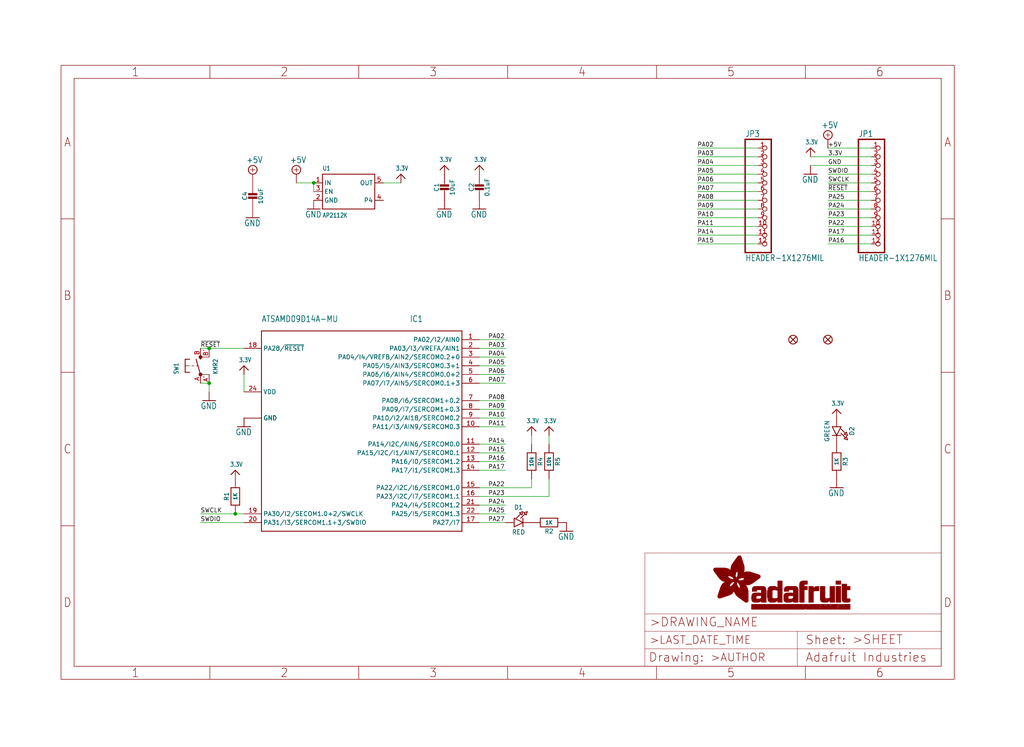
<source format=kicad_sch>
(kicad_sch (version 20211123) (generator eeschema)
  (paper "User" 298.45 217.881)
  (lib_symbols
    (symbol "eagleSchem-eagle-import:+5V" (power)
      (property "Value" "+5V" (at -1.905 3.175 0))
      (symbol "+5V_1_0"
        (pin power_in line (at 0 -2.54 90) (length 2.54) (name "+5V") (number "1"))
      )
    )
    (symbol "eagleSchem-eagle-import:3.3V" (power)
      (property "Value" "3.3V" (at -1.524 1.016 0))
      (symbol "3.3V_1_0"
        (pin power_in line (at 0 -2.54 90) (length 2.54) (name "3.3V") (number "1"))
      )
    )
    (symbol "eagleSchem-eagle-import:ATSAMD09D14A-MU"
      (property "Reference" "IC" (at 12.7 33.02 0))
      (property "Value" "ATSAMD09D14A-MU" (at -30.48 33.02 0))
      (symbol "ATSAMD09D14A-MU_1_0"
        (pin bidirectional line (at 33.02 27.94 180) (length 5.08) (name "PA02/I2/AIN0") (number "1"))
        (pin bidirectional line (at 33.02 2.54 180) (length 5.08) (name "PA11/I3/AIN9/SERCOM0.3") (number "10"))
        (pin bidirectional line (at 33.02 -2.54 180) (length 5.08) (name "PA14/I2C/AIN6/SERCOM0.0") (number "11"))
        (pin bidirectional line (at 33.02 -5.08 180) (length 5.08) (name "PA15/I2C/I1/AIN7/SERCOM0.1") (number "12"))
        (pin bidirectional line (at 33.02 -7.62 180) (length 5.08) (name "PA16/I0/SERCOM1.2") (number "13"))
        (pin bidirectional line (at 33.02 -10.16 180) (length 5.08) (name "PA17/I1/SERCOM1.3") (number "14"))
        (pin bidirectional line (at 33.02 -15.24 180) (length 5.08) (name "PA22/I2C/I6/SERCOM1.0") (number "15"))
        (pin bidirectional line (at 33.02 -17.78 180) (length 5.08) (name "PA23/I2C/I7/SERCOM1.1") (number "16"))
        (pin bidirectional line (at 33.02 -25.4 180) (length 5.08) (name "PA27/I7") (number "17"))
        (pin bidirectional line (at -35.56 25.4 0) (length 5.08) (name "PA28/~{RESET}") (number "18"))
        (pin bidirectional line (at -35.56 -22.86 0) (length 5.08) (name "PA30/I2/SECOM1.0+2/SWCLK") (number "19"))
        (pin bidirectional line (at 33.02 25.4 180) (length 5.08) (name "PA03/I3/VREFA/AIN1") (number "2"))
        (pin bidirectional line (at -35.56 -25.4 0) (length 5.08) (name "PA31/I3/SERCOM1.1+3/SWDIO") (number "20"))
        (pin bidirectional line (at 33.02 -20.32 180) (length 5.08) (name "PA24/I4/SERCOM1.2") (number "21"))
        (pin bidirectional line (at 33.02 -22.86 180) (length 5.08) (name "PA25/I5/SERCOM1.3") (number "22"))
        (pin power_in line (at -35.56 5.08 0) (length 5.08) (name "GND") (number "23"))
        (pin power_in line (at -35.56 12.7 0) (length 5.08) (name "VDD") (number "24"))
        (pin bidirectional line (at 33.02 22.86 180) (length 5.08) (name "PA04/I4/VREFB/AIN2/SERCOM0.2+0") (number "3"))
        (pin bidirectional line (at 33.02 20.32 180) (length 5.08) (name "PA05/I5/AIN3/SERCOM0.3+1") (number "4"))
        (pin bidirectional line (at 33.02 17.78 180) (length 5.08) (name "PA06/I6/AIN4/SERCOM0.0+2") (number "5"))
        (pin bidirectional line (at 33.02 15.24 180) (length 5.08) (name "PA07/I7/AIN5/SERCOM0.1+3") (number "6"))
        (pin bidirectional line (at 33.02 10.16 180) (length 5.08) (name "PA08/I6/SERCOM1+0.2") (number "7"))
        (pin bidirectional line (at 33.02 7.62 180) (length 5.08) (name "PA09/I7/SERCOM1+0.3") (number "8"))
        (pin bidirectional line (at 33.02 5.08 180) (length 5.08) (name "PA10/I2/AI18/SERCOM0.2") (number "9"))
        (pin power_in line (at -35.56 5.08 0) (length 5.08) (name "GND") (number "THERM"))
      )
    )
    (symbol "eagleSchem-eagle-import:CAP_CERAMIC0603_NO"
      (property "Reference" "C" (at -2.29 1.25 90))
      (property "Value" "CAP_CERAMIC0603_NO" (at 2.3 1.25 90))
      (symbol "CAP_CERAMIC0603_NO_1_0"
        (pin passive line (at 0 5.08 270) (length 2.54) (name "1") (number "1"))
        (pin passive line (at 0 -2.54 90) (length 2.54) (name "2") (number "2"))
      )
    )
    (symbol "eagleSchem-eagle-import:CAP_CERAMIC0805-NOOUTLINE"
      (property "Reference" "C" (at -2.29 1.25 90))
      (property "Value" "CAP_CERAMIC0805-NOOUTLINE" (at 2.3 1.25 90))
      (symbol "CAP_CERAMIC0805-NOOUTLINE_1_0"
        (pin passive line (at 0 5.08 270) (length 2.54) (name "1") (number "1"))
        (pin passive line (at 0 -2.54 90) (length 2.54) (name "2") (number "2"))
      )
    )
    (symbol "eagleSchem-eagle-import:FIDUCIAL{dblquote}{dblquote}")
    (symbol "eagleSchem-eagle-import:FRAME_A4_ADAFRUIT"
      (symbol "FRAME_A4_ADAFRUIT_0_0"
        (text "1" (at 21.6958 1.905 0) (effects (font (size 2.54 2.286))))
        (text "1" (at 21.6958 177.165 0) (effects (font (size 2.54 2.286))))
        (text "2" (at 65.0875 1.905 0) (effects (font (size 2.54 2.286))))
        (text "2" (at 65.0875 177.165 0) (effects (font (size 2.54 2.286))))
        (text "3" (at 108.4792 1.905 0) (effects (font (size 2.54 2.286))))
        (text "3" (at 108.4792 177.165 0) (effects (font (size 2.54 2.286))))
        (text "4" (at 151.8708 1.905 0) (effects (font (size 2.54 2.286))))
        (text "4" (at 151.8708 177.165 0) (effects (font (size 2.54 2.286))))
        (text "5" (at 195.2625 1.905 0) (effects (font (size 2.54 2.286))))
        (text "5" (at 195.2625 177.165 0) (effects (font (size 2.54 2.286))))
        (text "6" (at 238.6542 1.905 0) (effects (font (size 2.54 2.286))))
        (text "6" (at 238.6542 177.165 0) (effects (font (size 2.54 2.286))))
        (text "A" (at 1.905 156.6863 0) (effects (font (size 2.54 2.286))))
        (text "A" (at 258.445 156.6863 0) (effects (font (size 2.54 2.286))))
        (text "B" (at 1.905 111.9188 0) (effects (font (size 2.54 2.286))))
        (text "B" (at 258.445 111.9188 0) (effects (font (size 2.54 2.286))))
        (text "C" (at 1.905 67.1513 0) (effects (font (size 2.54 2.286))))
        (text "C" (at 258.445 67.1513 0) (effects (font (size 2.54 2.286))))
        (text "D" (at 1.905 22.3838 0) (effects (font (size 2.54 2.286))))
        (text "D" (at 258.445 22.3838 0) (effects (font (size 2.54 2.286))))
      )
      (symbol "FRAME_A4_ADAFRUIT_1_0"
        (text ">AUTHOR" (at 189.23 5.08 0) (effects (font (size 2.286 2.286)) (justify left bottom)))
        (text ">DRAWING_NAME" (at 171.45 15.24 0) (effects (font (size 2.54 2.54)) (justify left bottom)))
        (text ">LAST_DATE_TIME" (at 171.45 10.16 0) (effects (font (size 2.286 2.286)) (justify left bottom)))
        (text ">SHEET" (at 230.505 10.16 0) (effects (font (size 2.54 2.54)) (justify left bottom)))
        (text "Adafruit Industries" (at 216.916 4.953 0) (effects (font (size 2.54 2.54)) (justify left bottom)))
        (text "Drawing:" (at 171.196 4.953 0) (effects (font (size 2.54 2.54)) (justify left bottom)))
        (text "Sheet:" (at 216.916 10.033 0) (effects (font (size 2.54 2.54)) (justify left bottom)))
      )
    )
    (symbol "eagleSchem-eagle-import:GND" (power)
      (property "Value" "GND" (at -2.54 -2.54 0))
      (symbol "GND_1_0"
        (pin power_in line (at 0 2.54 270) (length 2.54) (name "GND") (number "1"))
      )
    )
    (symbol "eagleSchem-eagle-import:HEADER-1X1276MIL"
      (property "Reference" "JP" (at -6.35 18.415 0))
      (property "Value" "HEADER-1X1276MIL" (at -6.35 -17.78 0))
      (symbol "HEADER-1X1276MIL_1_0"
        (pin passive inverted (at -2.54 15.24 0) (length 2.54) (name "1") (number "1"))
        (pin passive inverted (at -2.54 -7.62 0) (length 2.54) (name "10") (number "10"))
        (pin passive inverted (at -2.54 -10.16 0) (length 2.54) (name "11") (number "11"))
        (pin passive inverted (at -2.54 -12.7 0) (length 2.54) (name "12") (number "12"))
        (pin passive inverted (at -2.54 12.7 0) (length 2.54) (name "2") (number "2"))
        (pin passive inverted (at -2.54 10.16 0) (length 2.54) (name "3") (number "3"))
        (pin passive inverted (at -2.54 7.62 0) (length 2.54) (name "4") (number "4"))
        (pin passive inverted (at -2.54 5.08 0) (length 2.54) (name "5") (number "5"))
        (pin passive inverted (at -2.54 2.54 0) (length 2.54) (name "6") (number "6"))
        (pin passive inverted (at -2.54 0 0) (length 2.54) (name "7") (number "7"))
        (pin passive inverted (at -2.54 -2.54 0) (length 2.54) (name "8") (number "8"))
        (pin passive inverted (at -2.54 -5.08 0) (length 2.54) (name "9") (number "9"))
      )
    )
    (symbol "eagleSchem-eagle-import:LED0805_NOOUTLINE"
      (property "Reference" "D" (at -1.27 4.445 0))
      (property "Value" "LED0805_NOOUTLINE" (at -1.27 -2.794 0))
      (symbol "LED0805_NOOUTLINE_1_0"
        (pin passive line (at -5.08 0 0) (length 2.54) (name "A") (number "A"))
        (pin passive line (at 2.54 0 180) (length 2.54) (name "C") (number "C"))
      )
    )
    (symbol "eagleSchem-eagle-import:RESISTOR_0603_NOOUT"
      (property "Reference" "R" (at 0 2.54 0))
      (property "Value" "RESISTOR_0603_NOOUT" (at 0 0 0))
      (symbol "RESISTOR_0603_NOOUT_1_0"
        (pin passive line (at -5.08 0 0) (length 2.54) (name "1") (number "1"))
        (pin passive line (at 5.08 0 180) (length 2.54) (name "2") (number "2"))
      )
    )
    (symbol "eagleSchem-eagle-import:SWITCH_TACT_SMT4.6X2.8"
      (property "Reference" "SW" (at -2.54 6.35 0))
      (property "Value" "SWITCH_TACT_SMT4.6X2.8" (at -2.54 -5.08 0))
      (symbol "SWITCH_TACT_SMT4.6X2.8_1_0"
        (pin passive line (at -5.08 0 0) (length 2.54) (name "P") (number "A"))
        (pin passive line (at -5.08 -2.54 0) (length 2.54) (name "P1") (number "A'"))
        (pin passive line (at 5.08 0 180) (length 2.54) (name "S") (number "B"))
        (pin passive line (at 5.08 -2.54 180) (length 2.54) (name "S1") (number "B'"))
      )
    )
    (symbol "eagleSchem-eagle-import:VREG_SOT23-5"
      (property "Reference" "U" (at -7.62 6.096 0))
      (property "Value" "VREG_SOT23-5" (at -7.62 -7.62 0))
      (symbol "VREG_SOT23-5_1_0"
        (pin power_in line (at -10.16 2.54 0) (length 2.54) (name "IN") (number "1"))
        (pin power_in line (at -10.16 -2.54 0) (length 2.54) (name "GND") (number "2"))
        (pin input line (at -10.16 0 0) (length 2.54) (name "EN") (number "3"))
        (pin bidirectional line (at 10.16 -2.54 180) (length 2.54) (name "P4") (number "4"))
        (pin power_in line (at 10.16 2.54 180) (length 2.54) (name "OUT") (number "5"))
      )
    )
  )
  (junction (at 60.96 111.76))
  (junction (at 91.44 53.34))
  (junction (at 60.96 101.6))
  (junction (at 68.58 149.86))
  (wire (pts (xy 154.94 142.24) (xy 154.94 139.7)))
  (wire (pts (xy 203.2 71.12) (xy 220.98 71.12)))
  (wire (pts (xy 139.7 121.92) (xy 147.32 121.92)))
  (wire (pts (xy 60.96 111.76) (xy 60.96 114.3)))
  (wire (pts (xy 254 53.34) (xy 241.3 53.34)))
  (wire (pts (xy 71.12 101.6) (xy 60.96 101.6)))
  (wire (pts (xy 254 58.42) (xy 241.3 58.42)))
  (wire (pts (xy 147.32 101.6) (xy 139.7 101.6)))
  (wire (pts (xy 160.02 129.54) (xy 160.02 127)))
  (wire (pts (xy 203.2 63.5) (xy 220.98 63.5)))
  (wire (pts (xy 160.02 144.78) (xy 160.02 139.7)))
  (wire (pts (xy 58.42 111.76) (xy 60.96 111.76)))
  (wire (pts (xy 147.32 119.38) (xy 139.7 119.38)))
  (wire (pts (xy 139.7 147.32) (xy 147.32 147.32)))
  (wire (pts (xy 139.7 142.24) (xy 154.94 142.24)))
  (wire (pts (xy 147.32 149.86) (xy 139.7 149.86)))
  (wire (pts (xy 139.7 134.62) (xy 147.32 134.62)))
  (wire (pts (xy 139.7 104.14) (xy 147.32 104.14)))
  (wire (pts (xy 220.98 45.72) (xy 203.2 45.72)))
  (wire (pts (xy 68.58 149.86) (xy 71.12 149.86)))
  (wire (pts (xy 60.96 101.6) (xy 58.42 101.6)))
  (wire (pts (xy 254 45.72) (xy 236.22 45.72)))
  (wire (pts (xy 203.2 58.42) (xy 220.98 58.42)))
  (wire (pts (xy 203.2 48.26) (xy 220.98 48.26)))
  (wire (pts (xy 154.94 129.54) (xy 154.94 127)))
  (wire (pts (xy 220.98 68.58) (xy 203.2 68.58)))
  (wire (pts (xy 139.7 109.22) (xy 147.32 109.22)))
  (wire (pts (xy 71.12 109.22) (xy 71.12 114.3)))
  (wire (pts (xy 220.98 66.04) (xy 203.2 66.04)))
  (wire (pts (xy 91.44 53.34) (xy 86.36 53.34)))
  (wire (pts (xy 241.3 55.88) (xy 254 55.88)))
  (wire (pts (xy 254 63.5) (xy 241.3 63.5)))
  (wire (pts (xy 58.42 149.86) (xy 68.58 149.86)))
  (wire (pts (xy 220.98 55.88) (xy 203.2 55.88)))
  (wire (pts (xy 220.98 60.96) (xy 203.2 60.96)))
  (wire (pts (xy 241.3 66.04) (xy 254 66.04)))
  (wire (pts (xy 241.3 71.12) (xy 254 71.12)))
  (wire (pts (xy 147.32 124.46) (xy 139.7 124.46)))
  (wire (pts (xy 147.32 137.16) (xy 139.7 137.16)))
  (wire (pts (xy 139.7 99.06) (xy 147.32 99.06)))
  (wire (pts (xy 116.84 53.34) (xy 111.76 53.34)))
  (wire (pts (xy 139.7 116.84) (xy 147.32 116.84)))
  (wire (pts (xy 220.98 50.8) (xy 203.2 50.8)))
  (wire (pts (xy 241.3 43.18) (xy 254 43.18)))
  (wire (pts (xy 147.32 132.08) (xy 139.7 132.08)))
  (wire (pts (xy 91.44 55.88) (xy 91.44 53.34)))
  (wire (pts (xy 147.32 106.68) (xy 139.7 106.68)))
  (wire (pts (xy 139.7 152.4) (xy 147.32 152.4)))
  (wire (pts (xy 203.2 53.34) (xy 220.98 53.34)))
  (wire (pts (xy 254 68.58) (xy 241.3 68.58)))
  (wire (pts (xy 139.7 129.54) (xy 147.32 129.54)))
  (wire (pts (xy 147.32 111.76) (xy 139.7 111.76)))
  (wire (pts (xy 71.12 152.4) (xy 58.42 152.4)))
  (wire (pts (xy 236.22 48.26) (xy 254 48.26)))
  (wire (pts (xy 139.7 144.78) (xy 160.02 144.78)))
  (wire (pts (xy 220.98 43.18) (xy 203.2 43.18)))
  (wire (pts (xy 254 50.8) (xy 241.3 50.8)))
  (wire (pts (xy 241.3 60.96) (xy 254 60.96)))
  (label "PA06" (at 203.2 53.34 0) (effects (font (size 1.2446 1.2446))))
  (label "PA08" (at 203.2 58.42 0) (effects (font (size 1.2446 1.2446))))
  (label "PA07" (at 142.24 111.76 0) (effects (font (size 1.2446 1.2446))))
  (label "PA10" (at 142.24 121.92 0) (effects (font (size 1.2446 1.2446))))
  (label "PA10" (at 203.2 63.5 0) (effects (font (size 1.2446 1.2446))))
  (label "PA14" (at 203.2 68.58 0) (effects (font (size 1.2446 1.2446))))
  (label "PA07" (at 203.2 55.88 0) (effects (font (size 1.2446 1.2446))))
  (label "PA11" (at 142.24 124.46 0) (effects (font (size 1.2446 1.2446))))
  (label "PA11" (at 203.2 66.04 0) (effects (font (size 1.2446 1.2446))))
  (label "GND" (at 241.3 48.26 0) (effects (font (size 1.2446 1.2446))))
  (label "PA23" (at 142.24 144.78 0) (effects (font (size 1.2446 1.2446))))
  (label "~{RESET}" (at 241.3 55.88 0) (effects (font (size 1.2446 1.2446))))
  (label "PA08" (at 142.24 116.84 0) (effects (font (size 1.2446 1.2446))))
  (label "PA22" (at 142.24 142.24 0) (effects (font (size 1.2446 1.2446))))
  (label "PA24" (at 241.3 60.96 0) (effects (font (size 1.2446 1.2446))))
  (label "PA25" (at 241.3 58.42 0) (effects (font (size 1.2446 1.2446))))
  (label "SWDIO" (at 241.3 50.8 0) (effects (font (size 1.2446 1.2446))))
  (label "PA04" (at 203.2 48.26 0) (effects (font (size 1.2446 1.2446))))
  (label "PA05" (at 203.2 50.8 0) (effects (font (size 1.2446 1.2446))))
  (label "PA24" (at 142.24 147.32 0) (effects (font (size 1.2446 1.2446))))
  (label "PA04" (at 142.24 104.14 0) (effects (font (size 1.2446 1.2446))))
  (label "PA25" (at 142.24 149.86 0) (effects (font (size 1.2446 1.2446))))
  (label "PA15" (at 203.2 71.12 0) (effects (font (size 1.2446 1.2446))))
  (label "PA17" (at 241.3 68.58 0) (effects (font (size 1.2446 1.2446))))
  (label "PA05" (at 142.24 106.68 0) (effects (font (size 1.2446 1.2446))))
  (label "PA09" (at 203.2 60.96 0) (effects (font (size 1.2446 1.2446))))
  (label "PA16" (at 241.3 71.12 0) (effects (font (size 1.2446 1.2446))))
  (label "PA06" (at 142.24 109.22 0) (effects (font (size 1.2446 1.2446))))
  (label "SWDIO" (at 58.42 152.4 0) (effects (font (size 1.2446 1.2446))))
  (label "PA02" (at 142.24 99.06 0) (effects (font (size 1.2446 1.2446))))
  (label "PA27" (at 142.24 152.4 0) (effects (font (size 1.2446 1.2446))))
  (label "PA16" (at 142.24 134.62 0) (effects (font (size 1.2446 1.2446))))
  (label "PA03" (at 203.2 45.72 0) (effects (font (size 1.2446 1.2446))))
  (label "PA02" (at 203.2 43.18 0) (effects (font (size 1.2446 1.2446))))
  (label "3.3V" (at 241.3 45.72 0) (effects (font (size 1.2446 1.2446))))
  (label "+5V" (at 241.3 43.18 0) (effects (font (size 1.2446 1.2446))))
  (label "PA22" (at 241.3 66.04 0) (effects (font (size 1.2446 1.2446))))
  (label "PA17" (at 142.24 137.16 0) (effects (font (size 1.2446 1.2446))))
  (label "PA15" (at 142.24 132.08 0) (effects (font (size 1.2446 1.2446))))
  (label "PA14" (at 142.24 129.54 0) (effects (font (size 1.2446 1.2446))))
  (label "SWCLK" (at 58.42 149.86 0) (effects (font (size 1.2446 1.2446))))
  (label "PA23" (at 241.3 63.5 0) (effects (font (size 1.2446 1.2446))))
  (label "~{RESET}" (at 58.42 101.6 0) (effects (font (size 1.2446 1.2446))))
  (label "SWCLK" (at 241.3 53.34 0) (effects (font (size 1.2446 1.2446))))
  (label "PA09" (at 142.24 119.38 0) (effects (font (size 1.2446 1.2446))))
  (label "PA03" (at 142.24 101.6 0) (effects (font (size 1.2446 1.2446))))
  (symbol (lib_id "eagleSchem-eagle-import:ATSAMD09D14A-MU") (at 106.68 127 0) (unit 1)
    (property "Reference" "IC1" (at 119.38 93.98 0) (effects (font (size 1.778 1.5113)) (justify left bottom)))
    (property "Value" "ATSAMD09D14A-MU" (at 76.2 93.98 0) (effects (font (size 1.778 1.5113)) (justify left bottom)))
    (property "Footprint" "eagleSchem:QFN24_4MM" (effects hide))
  )
  (symbol (lib_id "eagleSchem-eagle-import:SWITCH_TACT_SMT4.6X2.8") (at 58.42 106.68 90) (unit 1)
    (property "Reference" "SW1" (at 52.07 109.22 0) (effects (font (size 1.27 1.0795)) (justify left bottom)))
    (property "Value" "KMR2" (at 63.5 109.22 0) (effects (font (size 1.27 1.0795)) (justify left bottom)))
    (property "Footprint" "eagleSchem:BTN_KMR2_4.6X2.8" (effects hide))
  )
  (symbol (lib_id "eagleSchem-eagle-import:CAP_CERAMIC0805-NOOUTLINE") (at 129.54 55.88 0) (unit 1)
    (property "Reference" "C1" (at 127.25 54.63 90))
    (property "Value" "10uF" (at 131.84 54.63 90))
    (property "Footprint" "eagleSchem:0805-NO" (effects hide))
  )
  (symbol (lib_id "eagleSchem-eagle-import:FRAME_A4_ADAFRUIT") (at 17.78 198.12 0) (unit 1)
    (property "Reference" "#U$1" (effects hide))
    (property "Value" "FRAME_A4_ADAFRUIT" (effects hide))
    (property "Footprint" "eagleSchem:" (effects hide))
  )
  (symbol (lib_id "eagleSchem-eagle-import:3.3V") (at 68.58 137.16 0) (unit 1)
    (property "Reference" "#U$8" (effects hide))
    (property "Value" "3.3V" (at 67.056 136.144 0) (effects (font (size 1.27 1.0795)) (justify left bottom)))
    (property "Footprint" "eagleSchem:" (effects hide))
  )
  (symbol (lib_id "eagleSchem-eagle-import:LED0805_NOOUTLINE") (at 152.4 152.4 0) (unit 1)
    (property "Reference" "D1" (at 151.13 147.955 0))
    (property "Value" "RED" (at 151.13 155.194 0))
    (property "Footprint" "eagleSchem:CHIPLED_0805_NOOUTLINE" (effects hide))
  )
  (symbol (lib_id "eagleSchem-eagle-import:3.3V") (at 243.84 119.38 0) (unit 1)
    (property "Reference" "#U$10" (effects hide))
    (property "Value" "3.3V" (at 242.316 118.364 0) (effects (font (size 1.27 1.0795)) (justify left bottom)))
    (property "Footprint" "eagleSchem:" (effects hide))
  )
  (symbol (lib_id "eagleSchem-eagle-import:RESISTOR_0603_NOOUT") (at 154.94 134.62 270) (unit 1)
    (property "Reference" "R4" (at 157.48 134.62 0))
    (property "Value" "10k" (at 154.94 134.62 0) (effects (font (size 1.016 1.016) bold)))
    (property "Footprint" "eagleSchem:0603-NO" (effects hide))
  )
  (symbol (lib_id "eagleSchem-eagle-import:GND") (at 73.66 63.5 0) (unit 1)
    (property "Reference" "#GND7" (effects hide))
    (property "Value" "GND" (at 71.12 66.04 0) (effects (font (size 1.778 1.5113)) (justify left bottom)))
    (property "Footprint" "eagleSchem:" (effects hide))
  )
  (symbol (lib_id "eagleSchem-eagle-import:3.3V") (at 116.84 50.8 0) (unit 1)
    (property "Reference" "#U$2" (effects hide))
    (property "Value" "3.3V" (at 115.316 49.784 0) (effects (font (size 1.27 1.0795)) (justify left bottom)))
    (property "Footprint" "eagleSchem:" (effects hide))
  )
  (symbol (lib_id "eagleSchem-eagle-import:RESISTOR_0603_NOOUT") (at 160.02 152.4 180) (unit 1)
    (property "Reference" "R2" (at 160.02 154.94 0))
    (property "Value" "1K" (at 160.02 152.4 0) (effects (font (size 1.016 1.016) bold)))
    (property "Footprint" "eagleSchem:0603-NO" (effects hide))
  )
  (symbol (lib_id "eagleSchem-eagle-import:GND") (at 165.1 154.94 0) (unit 1)
    (property "Reference" "#GND10" (effects hide))
    (property "Value" "GND" (at 162.56 157.48 0) (effects (font (size 1.778 1.5113)) (justify left bottom)))
    (property "Footprint" "eagleSchem:" (effects hide))
  )
  (symbol (lib_id "eagleSchem-eagle-import:3.3V") (at 236.22 43.18 0) (unit 1)
    (property "Reference" "#U$9" (effects hide))
    (property "Value" "3.3V" (at 234.696 42.164 0) (effects (font (size 1.27 1.0795)) (justify left bottom)))
    (property "Footprint" "eagleSchem:" (effects hide))
  )
  (symbol (lib_id "eagleSchem-eagle-import:3.3V") (at 139.7 48.26 0) (unit 1)
    (property "Reference" "#U$5" (effects hide))
    (property "Value" "3.3V" (at 138.176 47.244 0) (effects (font (size 1.27 1.0795)) (justify left bottom)))
    (property "Footprint" "eagleSchem:" (effects hide))
  )
  (symbol (lib_id "eagleSchem-eagle-import:VREG_SOT23-5") (at 101.6 55.88 0) (unit 1)
    (property "Reference" "U1" (at 93.98 49.784 0) (effects (font (size 1.27 1.0795)) (justify left bottom)))
    (property "Value" "AP2112K" (at 93.98 63.5 0) (effects (font (size 1.27 1.0795)) (justify left bottom)))
    (property "Footprint" "eagleSchem:SOT23-5" (effects hide))
  )
  (symbol (lib_id "eagleSchem-eagle-import:HEADER-1X1276MIL") (at 256.54 58.42 0) (unit 1)
    (property "Reference" "JP1" (at 250.19 40.005 0) (effects (font (size 1.778 1.5113)) (justify left bottom)))
    (property "Value" "HEADER-1X1276MIL" (at 250.19 76.2 0) (effects (font (size 1.778 1.5113)) (justify left bottom)))
    (property "Footprint" "eagleSchem:1X12_ROUND_76MIL" (effects hide))
  )
  (symbol (lib_id "eagleSchem-eagle-import:GND") (at 139.7 60.96 0) (unit 1)
    (property "Reference" "#GND5" (effects hide))
    (property "Value" "GND" (at 137.16 63.5 0) (effects (font (size 1.778 1.5113)) (justify left bottom)))
    (property "Footprint" "eagleSchem:" (effects hide))
  )
  (symbol (lib_id "eagleSchem-eagle-import:+5V") (at 73.66 50.8 0) (unit 1)
    (property "Reference" "#SUPPLY2" (effects hide))
    (property "Value" "+5V" (at 71.755 47.625 0) (effects (font (size 1.778 1.5113)) (justify left bottom)))
    (property "Footprint" "eagleSchem:" (effects hide))
  )
  (symbol (lib_id "eagleSchem-eagle-import:LED0805_NOOUTLINE") (at 243.84 127 270) (unit 1)
    (property "Reference" "D2" (at 248.285 125.73 0))
    (property "Value" "GREEN" (at 241.046 125.73 0))
    (property "Footprint" "eagleSchem:CHIPLED_0805_NOOUTLINE" (effects hide))
  )
  (symbol (lib_id "eagleSchem-eagle-import:3.3V") (at 160.02 124.46 0) (unit 1)
    (property "Reference" "#U$11" (effects hide))
    (property "Value" "3.3V" (at 158.496 123.444 0) (effects (font (size 1.27 1.0795)) (justify left bottom)))
    (property "Footprint" "eagleSchem:" (effects hide))
  )
  (symbol (lib_id "eagleSchem-eagle-import:GND") (at 60.96 116.84 0) (unit 1)
    (property "Reference" "#GND8" (effects hide))
    (property "Value" "GND" (at 58.42 119.38 0) (effects (font (size 1.778 1.5113)) (justify left bottom)))
    (property "Footprint" "eagleSchem:" (effects hide))
  )
  (symbol (lib_id "eagleSchem-eagle-import:GND") (at 129.54 60.96 0) (unit 1)
    (property "Reference" "#GND4" (effects hide))
    (property "Value" "GND" (at 127 63.5 0) (effects (font (size 1.778 1.5113)) (justify left bottom)))
    (property "Footprint" "eagleSchem:" (effects hide))
  )
  (symbol (lib_id "eagleSchem-eagle-import:3.3V") (at 71.12 106.68 0) (unit 1)
    (property "Reference" "#U$3" (effects hide))
    (property "Value" "3.3V" (at 69.596 105.664 0) (effects (font (size 1.27 1.0795)) (justify left bottom)))
    (property "Footprint" "eagleSchem:" (effects hide))
  )
  (symbol (lib_id "eagleSchem-eagle-import:GND") (at 236.22 50.8 0) (unit 1)
    (property "Reference" "#GND9" (effects hide))
    (property "Value" "GND" (at 233.68 53.34 0) (effects (font (size 1.778 1.5113)) (justify left bottom)))
    (property "Footprint" "eagleSchem:" (effects hide))
  )
  (symbol (lib_id "eagleSchem-eagle-import:+5V") (at 86.36 50.8 0) (unit 1)
    (property "Reference" "#SUPPLY1" (effects hide))
    (property "Value" "+5V" (at 84.455 47.625 0) (effects (font (size 1.778 1.5113)) (justify left bottom)))
    (property "Footprint" "eagleSchem:" (effects hide))
  )
  (symbol (lib_id "eagleSchem-eagle-import:3.3V") (at 129.54 48.26 0) (unit 1)
    (property "Reference" "#U$4" (effects hide))
    (property "Value" "3.3V" (at 128.016 47.244 0) (effects (font (size 1.27 1.0795)) (justify left bottom)))
    (property "Footprint" "eagleSchem:" (effects hide))
  )
  (symbol (lib_id "eagleSchem-eagle-import:+5V") (at 241.3 40.64 0) (unit 1)
    (property "Reference" "#SUPPLY3" (effects hide))
    (property "Value" "+5V" (at 239.395 37.465 0) (effects (font (size 1.778 1.5113)) (justify left bottom)))
    (property "Footprint" "eagleSchem:" (effects hide))
  )
  (symbol (lib_id "eagleSchem-eagle-import:GND") (at 71.12 124.46 0) (unit 1)
    (property "Reference" "#GND1" (effects hide))
    (property "Value" "GND" (at 68.58 127 0) (effects (font (size 1.778 1.5113)) (justify left bottom)))
    (property "Footprint" "eagleSchem:" (effects hide))
  )
  (symbol (lib_id "eagleSchem-eagle-import:3.3V") (at 154.94 124.46 0) (unit 1)
    (property "Reference" "#U$6" (effects hide))
    (property "Value" "3.3V" (at 153.416 123.444 0) (effects (font (size 1.27 1.0795)) (justify left bottom)))
    (property "Footprint" "eagleSchem:" (effects hide))
  )
  (symbol (lib_id "eagleSchem-eagle-import:RESISTOR_0603_NOOUT") (at 243.84 134.62 270) (unit 1)
    (property "Reference" "R3" (at 246.38 134.62 0))
    (property "Value" "1K" (at 243.84 134.62 0) (effects (font (size 1.016 1.016) bold)))
    (property "Footprint" "eagleSchem:0603-NO" (effects hide))
  )
  (symbol (lib_id "eagleSchem-eagle-import:FIDUCIAL{dblquote}{dblquote}") (at 241.3 99.06 0) (unit 1)
    (property "Reference" "FID2" (effects hide))
    (property "Value" "FIDUCIAL{dblquote}{dblquote}" (effects hide))
    (property "Footprint" "eagleSchem:FIDUCIAL_1MM" (effects hide))
  )
  (symbol (lib_id "eagleSchem-eagle-import:CAP_CERAMIC0805-NOOUTLINE") (at 73.66 58.42 0) (unit 1)
    (property "Reference" "C4" (at 71.37 57.17 90))
    (property "Value" "10uF" (at 75.96 57.17 90))
    (property "Footprint" "eagleSchem:0805-NO" (effects hide))
  )
  (symbol (lib_id "eagleSchem-eagle-import:HEADER-1X1276MIL") (at 223.52 58.42 0) (unit 1)
    (property "Reference" "JP3" (at 217.17 40.005 0) (effects (font (size 1.778 1.5113)) (justify left bottom)))
    (property "Value" "HEADER-1X1276MIL" (at 217.17 76.2 0) (effects (font (size 1.778 1.5113)) (justify left bottom)))
    (property "Footprint" "eagleSchem:1X12_ROUND_76MIL" (effects hide))
  )
  (symbol (lib_id "eagleSchem-eagle-import:CAP_CERAMIC0603_NO") (at 139.7 55.88 0) (unit 1)
    (property "Reference" "C2" (at 137.41 54.63 90))
    (property "Value" "0.1uF" (at 142 54.63 90))
    (property "Footprint" "eagleSchem:0603-NO" (effects hide))
  )
  (symbol (lib_id "eagleSchem-eagle-import:RESISTOR_0603_NOOUT") (at 68.58 144.78 90) (unit 1)
    (property "Reference" "R1" (at 66.04 144.78 0))
    (property "Value" "1K" (at 68.58 144.78 0) (effects (font (size 1.016 1.016) bold)))
    (property "Footprint" "eagleSchem:0603-NO" (effects hide))
  )
  (symbol (lib_id "eagleSchem-eagle-import:GND") (at 243.84 142.24 0) (unit 1)
    (property "Reference" "#GND11" (effects hide))
    (property "Value" "GND" (at 241.3 144.78 0) (effects (font (size 1.778 1.5113)) (justify left bottom)))
    (property "Footprint" "eagleSchem:" (effects hide))
  )
  (symbol (lib_id "eagleSchem-eagle-import:GND") (at 91.44 60.96 0) (unit 1)
    (property "Reference" "#GND3" (effects hide))
    (property "Value" "GND" (at 88.9 63.5 0) (effects (font (size 1.778 1.5113)) (justify left bottom)))
    (property "Footprint" "eagleSchem:" (effects hide))
  )
  (symbol (lib_id "eagleSchem-eagle-import:FIDUCIAL{dblquote}{dblquote}") (at 231.14 99.06 0) (unit 1)
    (property "Reference" "FID1" (effects hide))
    (property "Value" "FIDUCIAL{dblquote}{dblquote}" (effects hide))
    (property "Footprint" "eagleSchem:FIDUCIAL_1MM" (effects hide))
  )
  (symbol (lib_id "eagleSchem-eagle-import:RESISTOR_0603_NOOUT") (at 160.02 134.62 270) (unit 1)
    (property "Reference" "R5" (at 162.56 134.62 0))
    (property "Value" "10k" (at 160.02 134.62 0) (effects (font (size 1.016 1.016) bold)))
    (property "Footprint" "eagleSchem:0603-NO" (effects hide))
  )
)
</source>
